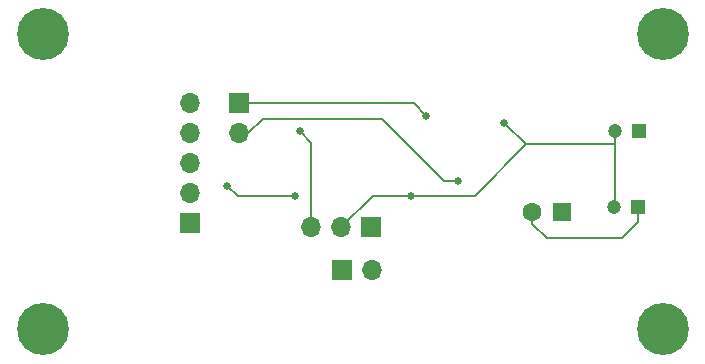
<source format=gbr>
%TF.GenerationSoftware,KiCad,Pcbnew,8.0.5*%
%TF.CreationDate,2025-04-25T02:38:47-05:00*%
%TF.ProjectId,327_project_pcb,3332375f-7072-46f6-9a65-63745f706362,rev?*%
%TF.SameCoordinates,Original*%
%TF.FileFunction,Copper,L2,Bot*%
%TF.FilePolarity,Positive*%
%FSLAX46Y46*%
G04 Gerber Fmt 4.6, Leading zero omitted, Abs format (unit mm)*
G04 Created by KiCad (PCBNEW 8.0.5) date 2025-04-25 02:38:47*
%MOMM*%
%LPD*%
G01*
G04 APERTURE LIST*
%TA.AperFunction,ComponentPad*%
%ADD10C,4.400000*%
%TD*%
%TA.AperFunction,ComponentPad*%
%ADD11R,1.700000X1.700000*%
%TD*%
%TA.AperFunction,ComponentPad*%
%ADD12O,1.700000X1.700000*%
%TD*%
%TA.AperFunction,ComponentPad*%
%ADD13R,1.200000X1.200000*%
%TD*%
%TA.AperFunction,ComponentPad*%
%ADD14C,1.200000*%
%TD*%
%TA.AperFunction,ComponentPad*%
%ADD15R,1.600000X1.600000*%
%TD*%
%TA.AperFunction,ComponentPad*%
%ADD16C,1.600000*%
%TD*%
%TA.AperFunction,ViaPad*%
%ADD17C,0.660400*%
%TD*%
%TA.AperFunction,Conductor*%
%ADD18C,0.203200*%
%TD*%
G04 APERTURE END LIST*
D10*
%TO.P,REF\u002A\u002A,1*%
%TO.N,N/C*%
X165000000Y-115000000D03*
%TD*%
%TO.P,REF\u002A\u002A,1*%
%TO.N,N/C*%
X165000000Y-90000000D03*
%TD*%
%TO.P,REF\u002A\u002A,1*%
%TO.N,N/C*%
X217500000Y-90000000D03*
%TD*%
%TO.P,REF\u002A\u002A,1*%
%TO.N,N/C*%
X217500000Y-115000000D03*
%TD*%
D11*
%TO.P,J4,1,Pin_1*%
%TO.N,+5V*%
X192825000Y-106350000D03*
D12*
%TO.P,J4,2,Pin_2*%
%TO.N,GND*%
X190285000Y-106350000D03*
%TO.P,J4,3,Pin_3*%
%TO.N,SPI1_PICO*%
X187745000Y-106350000D03*
%TD*%
D11*
%TO.P,J3,1,Pin_1*%
%TO.N,GND*%
X190350000Y-110000000D03*
D12*
%TO.P,J3,2,Pin_2*%
%TO.N,+5V*%
X192890000Y-110000000D03*
%TD*%
D11*
%TO.P,J2,1,Pin_1*%
%TO.N,SWCLK*%
X177425000Y-106025000D03*
D12*
%TO.P,J2,2,Pin_2*%
%TO.N,SWDIO*%
X177425000Y-103485000D03*
%TO.P,J2,3,Pin_3*%
%TO.N,NRST*%
X177425000Y-100945000D03*
%TO.P,J2,4,Pin_4*%
%TO.N,+3.3V*%
X177425000Y-98405000D03*
%TO.P,J2,5,Pin_5*%
%TO.N,GND*%
X177425000Y-95865000D03*
%TD*%
D11*
%TO.P,J1,1,Pin_1*%
%TO.N,GND*%
X181650000Y-95850000D03*
D12*
%TO.P,J1,2,Pin_2*%
%TO.N,+3.3V*%
X181650000Y-98390000D03*
%TD*%
D13*
%TO.P,C6,1*%
%TO.N,+3.3V*%
X215400000Y-104650000D03*
D14*
%TO.P,C6,2*%
%TO.N,GND*%
X213400000Y-104650000D03*
%TD*%
D13*
%TO.P,C5,1*%
%TO.N,+3.3V*%
X215450000Y-98250000D03*
D14*
%TO.P,C5,2*%
%TO.N,GND*%
X213450000Y-98250000D03*
%TD*%
D15*
%TO.P,C4,1*%
%TO.N,GND*%
X208955113Y-105050000D03*
D16*
%TO.P,C4,2*%
%TO.N,+3.3V*%
X206455113Y-105050000D03*
%TD*%
D17*
%TO.N,NRST*%
X180600000Y-102850000D03*
X186350000Y-103750000D03*
%TO.N,+3.3V*%
X200150000Y-102450000D03*
%TO.N,GND*%
X197450000Y-96900000D03*
X204050000Y-97500000D03*
X196200000Y-103695200D03*
%TO.N,SPI1_PICO*%
X186800000Y-98240000D03*
%TD*%
D18*
%TO.N,GND*%
X201554800Y-103695200D02*
X205900000Y-99350000D01*
X196200000Y-103695200D02*
X201554800Y-103695200D01*
%TO.N,+3.3V*%
X182410000Y-98390000D02*
X181650000Y-98390000D01*
X193700000Y-97150000D02*
X183650000Y-97150000D01*
X200150000Y-102450000D02*
X199000000Y-102450000D01*
X183650000Y-97150000D02*
X182410000Y-98390000D01*
X199000000Y-102450000D02*
X193700000Y-97150000D01*
%TO.N,NRST*%
X180600000Y-102850000D02*
X181500000Y-103750000D01*
X181500000Y-103750000D02*
X186350000Y-103750000D01*
%TO.N,GND*%
X196400000Y-95850000D02*
X197450000Y-96900000D01*
X181650000Y-95850000D02*
X196400000Y-95850000D01*
X205900000Y-99350000D02*
X213450000Y-99350000D01*
X213450000Y-99350000D02*
X213450000Y-101650000D01*
X213450000Y-98250000D02*
X213450000Y-99350000D01*
X204050000Y-97500000D02*
X205900000Y-99350000D01*
X213450000Y-101650000D02*
X213450000Y-104600000D01*
%TO.N,+3.3V*%
X215400000Y-105900000D02*
X215400000Y-104650000D01*
X207650000Y-107250000D02*
X214050000Y-107250000D01*
X214050000Y-107250000D02*
X215400000Y-105900000D01*
X206455113Y-106055113D02*
X207650000Y-107250000D01*
X206455113Y-105050000D02*
X206455113Y-106055113D01*
%TO.N,GND*%
X196200000Y-103695200D02*
X192939800Y-103695200D01*
X213450000Y-104600000D02*
X213400000Y-104650000D01*
X192939800Y-103695200D02*
X190285000Y-106350000D01*
%TO.N,SPI1_PICO*%
X187745000Y-99185000D02*
X186800000Y-98240000D01*
X187745000Y-106350000D02*
X187745000Y-99185000D01*
%TD*%
M02*

</source>
